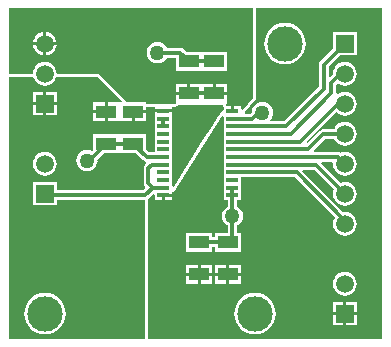
<source format=gtl>
G04 Layer_Physical_Order=1*
G04 Layer_Color=255*
%FSLAX25Y25*%
%MOIN*%
G70*
G01*
G75*
%ADD10R,0.03900X0.01200*%
%ADD11R,0.06693X0.04331*%
%ADD12C,0.01200*%
%ADD13C,0.05906*%
%ADD14R,0.05906X0.05906*%
%ADD15C,0.11811*%
%ADD16C,0.05000*%
G36*
X125869Y1631D02*
X48000D01*
Y48217D01*
X48169Y48331D01*
X49601Y49762D01*
X50063Y49571D01*
Y47825D01*
X52513D01*
Y49425D01*
X53013D01*
Y49925D01*
X55963D01*
Y50500D01*
X56500D01*
X72537Y75770D01*
X73037Y75625D01*
Y70857D01*
Y68298D01*
Y65739D01*
Y63180D01*
Y60620D01*
Y58061D01*
Y55502D01*
Y52943D01*
Y50384D01*
Y47825D01*
X74356D01*
Y45607D01*
X74235Y45557D01*
X73504Y44996D01*
X72943Y44265D01*
X72590Y43414D01*
X72470Y42500D01*
X72590Y41586D01*
X72943Y40735D01*
X73504Y40004D01*
X74235Y39443D01*
X74369Y39387D01*
Y36980D01*
X70153D01*
Y35446D01*
X69346D01*
Y36980D01*
X60654D01*
Y30650D01*
X69346D01*
Y32184D01*
X70153D01*
Y30650D01*
X78847D01*
Y36980D01*
X77631D01*
Y39387D01*
X77765Y39443D01*
X78496Y40004D01*
X79057Y40735D01*
X79410Y41586D01*
X79530Y42500D01*
X79410Y43414D01*
X79057Y44265D01*
X78496Y44996D01*
X77765Y45557D01*
X77618Y45618D01*
Y47825D01*
X78937D01*
Y50384D01*
Y52943D01*
Y55471D01*
X96722D01*
X110113Y42080D01*
X110047Y41993D01*
X109649Y41032D01*
X109513Y40000D01*
X109649Y38968D01*
X110047Y38007D01*
X110681Y37181D01*
X111507Y36547D01*
X112468Y36149D01*
X113500Y36013D01*
X114532Y36149D01*
X115493Y36547D01*
X116319Y37181D01*
X116953Y38007D01*
X117351Y38968D01*
X117487Y40000D01*
X117351Y41032D01*
X116953Y41993D01*
X116319Y42819D01*
X115493Y43453D01*
X114532Y43851D01*
X113500Y43987D01*
X112899Y43908D01*
X99239Y57568D01*
X99431Y58030D01*
X103163D01*
X109799Y51394D01*
X109649Y51032D01*
X109513Y50000D01*
X109649Y48968D01*
X110047Y48007D01*
X110681Y47181D01*
X111507Y46547D01*
X112468Y46149D01*
X113500Y46013D01*
X114532Y46149D01*
X115493Y46547D01*
X116319Y47181D01*
X116953Y48007D01*
X117351Y48968D01*
X117487Y50000D01*
X117351Y51032D01*
X116953Y51993D01*
X116319Y52819D01*
X115493Y53453D01*
X114532Y53851D01*
X113500Y53987D01*
X112468Y53851D01*
X112106Y53701D01*
X105680Y60127D01*
X105872Y60589D01*
X109212D01*
X109541Y60213D01*
X109513Y60000D01*
X109649Y58968D01*
X110047Y58007D01*
X110681Y57181D01*
X111507Y56547D01*
X112468Y56149D01*
X113500Y56013D01*
X114532Y56149D01*
X115493Y56547D01*
X116319Y57181D01*
X116953Y58007D01*
X117351Y58968D01*
X117487Y60000D01*
X117351Y61032D01*
X116953Y61993D01*
X116319Y62819D01*
X115493Y63453D01*
X114532Y63851D01*
X113500Y63987D01*
X112468Y63851D01*
X112006Y63660D01*
X111904Y63727D01*
X111280Y63851D01*
X103312D01*
X103120Y64313D01*
X106926Y68119D01*
X110001D01*
X110047Y68007D01*
X110681Y67181D01*
X111507Y66547D01*
X112468Y66149D01*
X113500Y66013D01*
X114532Y66149D01*
X115493Y66547D01*
X116319Y67181D01*
X116953Y68007D01*
X117351Y68968D01*
X117487Y70000D01*
X117351Y71032D01*
X116953Y71993D01*
X116319Y72819D01*
X115493Y73453D01*
X114532Y73851D01*
X113500Y73987D01*
X112468Y73851D01*
X111507Y73453D01*
X110681Y72819D01*
X110047Y71993D01*
X109794Y71381D01*
X106250D01*
X105626Y71257D01*
X105096Y70903D01*
X100936Y66743D01*
X100922Y66746D01*
X100757Y67289D01*
X110651Y77183D01*
X110681Y77181D01*
X111507Y76547D01*
X112468Y76149D01*
X113500Y76013D01*
X114532Y76149D01*
X115493Y76547D01*
X116319Y77181D01*
X116953Y78007D01*
X117351Y78968D01*
X117487Y80000D01*
X117351Y81032D01*
X116953Y81993D01*
X116319Y82819D01*
X115493Y83453D01*
X114532Y83851D01*
X113500Y83987D01*
X112468Y83851D01*
X111507Y83453D01*
X111064Y83113D01*
X110610Y83395D01*
X110631Y83500D01*
Y86324D01*
X111137Y86830D01*
X111507Y86547D01*
X112468Y86149D01*
X113500Y86013D01*
X114532Y86149D01*
X115493Y86547D01*
X116319Y87181D01*
X116953Y88007D01*
X117351Y88968D01*
X117487Y90000D01*
X117351Y91032D01*
X116953Y91993D01*
X116319Y92819D01*
X115493Y93453D01*
X114532Y93851D01*
X113500Y93987D01*
X112468Y93851D01*
X111507Y93453D01*
X110681Y92819D01*
X110047Y91993D01*
X109649Y91032D01*
X109513Y90000D01*
X109534Y89841D01*
X108593Y88900D01*
X108131Y89092D01*
Y92324D01*
X111854Y96047D01*
X117453D01*
Y103953D01*
X109547D01*
Y98354D01*
X105347Y94153D01*
X104993Y93624D01*
X104869Y93000D01*
Y85676D01*
X93281Y74088D01*
X88701D01*
X88561Y74588D01*
X89057Y75235D01*
X89410Y76086D01*
X89530Y77000D01*
X89410Y77914D01*
X89057Y78765D01*
X88496Y79496D01*
X87765Y80057D01*
X86914Y80410D01*
X86000Y80530D01*
X85086Y80410D01*
X84235Y80057D01*
X83504Y79496D01*
X82943Y78765D01*
X82590Y77914D01*
X82512Y77319D01*
X81840Y76647D01*
X80247D01*
X80044Y77104D01*
X84000Y81500D01*
Y111869D01*
X125869D01*
Y1631D01*
D02*
G37*
G36*
X9649Y88968D02*
X10047Y88007D01*
X10681Y87181D01*
X11507Y86547D01*
X12468Y86149D01*
X13500Y86013D01*
X14532Y86149D01*
X15493Y86547D01*
X16319Y87181D01*
X16953Y88007D01*
X17351Y88968D01*
X17487Y88980D01*
X31078D01*
X39116Y80942D01*
X38925Y80480D01*
X38346Y80480D01*
X38153Y80480D01*
X34500D01*
Y77315D01*
Y74150D01*
X38153D01*
X38654Y74150D01*
X38846Y74150D01*
X42500D01*
Y77315D01*
X43000D01*
Y77815D01*
X47346D01*
Y78980D01*
X50063D01*
Y78075D01*
X53013D01*
X55963D01*
Y78980D01*
X56792D01*
X56968Y79015D01*
X57146Y79044D01*
X57163Y79054D01*
X57182Y79058D01*
X57332Y79158D01*
X57485Y79252D01*
X57753Y79500D01*
X72762Y79500D01*
X72797Y79324D01*
X72832Y79134D01*
X72836Y79129D01*
X72837Y79123D01*
X72944Y78963D01*
X73037Y78820D01*
Y78326D01*
X71849Y76499D01*
X71741Y76408D01*
X71715Y76358D01*
X71676Y76317D01*
X69417Y72758D01*
X66000Y67500D01*
X62219Y61683D01*
X57864Y54553D01*
X56443Y52313D01*
X55963Y52453D01*
Y55502D01*
Y58061D01*
Y60620D01*
Y63180D01*
Y65739D01*
Y68298D01*
Y70857D01*
Y73416D01*
Y75975D01*
Y77075D01*
X53013D01*
X50063D01*
Y75975D01*
Y73416D01*
Y70857D01*
Y68298D01*
Y63851D01*
X48141D01*
X47346Y64646D01*
Y69850D01*
X38654D01*
Y69850D01*
X38346D01*
Y69850D01*
X29654D01*
Y64646D01*
X29124Y64116D01*
X28414Y64410D01*
X27500Y64530D01*
X26586Y64410D01*
X25735Y64057D01*
X25004Y63496D01*
X24443Y62765D01*
X24090Y61914D01*
X23970Y61000D01*
X24090Y60086D01*
X24443Y59235D01*
X25004Y58504D01*
X25735Y57943D01*
X26586Y57590D01*
X27500Y57470D01*
X28414Y57590D01*
X29265Y57943D01*
X29996Y58504D01*
X30557Y59235D01*
X30910Y60086D01*
X31030Y61000D01*
X30983Y61361D01*
X33142Y63520D01*
X38346D01*
Y63520D01*
X38654D01*
Y63520D01*
X43858D01*
X46312Y61067D01*
X46841Y60713D01*
X47139Y60653D01*
X47304Y60111D01*
X46847Y59654D01*
X46493Y59124D01*
X46369Y58500D01*
Y53500D01*
X46493Y52876D01*
X46847Y52346D01*
X47209Y51984D01*
X46340Y51115D01*
X17453D01*
Y53953D01*
X9547D01*
Y46047D01*
X17453D01*
Y47853D01*
X46980D01*
Y1631D01*
X1631D01*
Y88980D01*
X9513D01*
X9606Y88999D01*
X9649Y88968D01*
D02*
G37*
G36*
X82980Y81891D02*
X79437Y77954D01*
X78937Y78146D01*
Y79175D01*
X76487D01*
Y77575D01*
X75487D01*
Y79175D01*
X74117D01*
X73779Y79513D01*
X73785Y80020D01*
X74125Y80335D01*
X74347D01*
Y83000D01*
X70000D01*
Y83500D01*
X69500D01*
Y86665D01*
X62000D01*
Y83500D01*
X61500D01*
Y83000D01*
X57153D01*
Y80500D01*
X57153Y80335D01*
X56792Y80000D01*
X47346D01*
Y80480D01*
X41020D01*
X31500Y90000D01*
X17487D01*
X17351Y91032D01*
X16953Y91993D01*
X16319Y92819D01*
X15493Y93453D01*
X14532Y93851D01*
X13500Y93987D01*
X12468Y93851D01*
X11507Y93453D01*
X10681Y92819D01*
X10047Y91993D01*
X9649Y91032D01*
X9513Y90000D01*
X1631D01*
Y111869D01*
X82980D01*
Y81891D01*
D02*
G37*
%LPC*%
G36*
X93500Y106939D02*
X92146Y106806D01*
X90845Y106411D01*
X89645Y105770D01*
X88593Y104907D01*
X87730Y103855D01*
X87089Y102655D01*
X86694Y101354D01*
X86561Y100000D01*
X86694Y98646D01*
X87089Y97345D01*
X87730Y96145D01*
X88593Y95093D01*
X89645Y94231D01*
X90845Y93589D01*
X92146Y93194D01*
X93500Y93061D01*
X94854Y93194D01*
X96155Y93589D01*
X97355Y94231D01*
X98407Y95093D01*
X99269Y96145D01*
X99911Y97345D01*
X100306Y98646D01*
X100439Y100000D01*
X100306Y101354D01*
X99911Y102655D01*
X99269Y103855D01*
X98407Y104907D01*
X97355Y105770D01*
X96155Y106411D01*
X94854Y106806D01*
X93500Y106939D01*
D02*
G37*
G36*
X55963Y48925D02*
X53513D01*
Y47825D01*
X55963D01*
Y48925D01*
D02*
G37*
G36*
X78847Y26350D02*
X75000D01*
Y23685D01*
X78847D01*
Y26350D01*
D02*
G37*
G36*
X74000D02*
X70153D01*
Y23685D01*
X74000D01*
Y26350D01*
D02*
G37*
G36*
X69346D02*
X65500D01*
Y23685D01*
X69346D01*
Y26350D01*
D02*
G37*
G36*
X64500D02*
X60654D01*
Y23685D01*
X64500D01*
Y26350D01*
D02*
G37*
G36*
X78847Y22685D02*
X75000D01*
Y20020D01*
X78847D01*
Y22685D01*
D02*
G37*
G36*
X74000D02*
X70153D01*
Y20020D01*
X74000D01*
Y22685D01*
D02*
G37*
G36*
X69346D02*
X65500D01*
Y20020D01*
X69346D01*
Y22685D01*
D02*
G37*
G36*
X64500D02*
X60654D01*
Y20020D01*
X64500D01*
Y22685D01*
D02*
G37*
G36*
X113500Y23987D02*
X112468Y23851D01*
X111507Y23453D01*
X110681Y22819D01*
X110047Y21993D01*
X109649Y21032D01*
X109513Y20000D01*
X109649Y18968D01*
X110047Y18007D01*
X110681Y17181D01*
X111507Y16547D01*
X112468Y16149D01*
X113500Y16013D01*
X114532Y16149D01*
X115493Y16547D01*
X116319Y17181D01*
X116953Y18007D01*
X117351Y18968D01*
X117487Y20000D01*
X117351Y21032D01*
X116953Y21993D01*
X116319Y22819D01*
X115493Y23453D01*
X114532Y23851D01*
X113500Y23987D01*
D02*
G37*
G36*
X117453Y13953D02*
X114000D01*
Y10500D01*
X117453D01*
Y13953D01*
D02*
G37*
G36*
X113000D02*
X109547D01*
Y10500D01*
X113000D01*
Y13953D01*
D02*
G37*
G36*
X117453Y9500D02*
X114000D01*
Y6047D01*
X117453D01*
Y9500D01*
D02*
G37*
G36*
X113000D02*
X109547D01*
Y6047D01*
X113000D01*
Y9500D01*
D02*
G37*
G36*
X83500Y16939D02*
X82146Y16806D01*
X80845Y16411D01*
X79645Y15769D01*
X78593Y14907D01*
X77731Y13855D01*
X77089Y12655D01*
X76694Y11354D01*
X76561Y10000D01*
X76694Y8646D01*
X77089Y7345D01*
X77731Y6145D01*
X78593Y5093D01*
X79645Y4231D01*
X80845Y3589D01*
X82146Y3194D01*
X83500Y3061D01*
X84854Y3194D01*
X86155Y3589D01*
X87355Y4231D01*
X88407Y5093D01*
X89270Y6145D01*
X89911Y7345D01*
X90306Y8646D01*
X90439Y10000D01*
X90306Y11354D01*
X89911Y12655D01*
X89270Y13855D01*
X88407Y14907D01*
X87355Y15769D01*
X86155Y16411D01*
X84854Y16806D01*
X83500Y16939D01*
D02*
G37*
G36*
X17453Y83953D02*
X14000D01*
Y80500D01*
X17453D01*
Y83953D01*
D02*
G37*
G36*
X13000D02*
X9547D01*
Y80500D01*
X13000D01*
Y83953D01*
D02*
G37*
G36*
X33500Y80480D02*
X29654D01*
Y77815D01*
X33500D01*
Y80480D01*
D02*
G37*
G36*
X17453Y79500D02*
X14000D01*
Y76047D01*
X17453D01*
Y79500D01*
D02*
G37*
G36*
X13000D02*
X9547D01*
Y76047D01*
X13000D01*
Y79500D01*
D02*
G37*
G36*
X47346Y76815D02*
X43500D01*
Y74150D01*
X47346D01*
Y76815D01*
D02*
G37*
G36*
X33500D02*
X29654D01*
Y74150D01*
X33500D01*
Y76815D01*
D02*
G37*
G36*
X13500Y63987D02*
X12468Y63851D01*
X11507Y63453D01*
X10681Y62819D01*
X10047Y61993D01*
X9649Y61032D01*
X9513Y60000D01*
X9649Y58968D01*
X10047Y58007D01*
X10681Y57181D01*
X11507Y56547D01*
X12468Y56149D01*
X13500Y56013D01*
X14532Y56149D01*
X15493Y56547D01*
X16319Y57181D01*
X16953Y58007D01*
X17351Y58968D01*
X17487Y60000D01*
X17351Y61032D01*
X16953Y61993D01*
X16319Y62819D01*
X15493Y63453D01*
X14532Y63851D01*
X13500Y63987D01*
D02*
G37*
G36*
Y16939D02*
X12146Y16806D01*
X10845Y16411D01*
X9645Y15769D01*
X8593Y14907D01*
X7730Y13855D01*
X7089Y12655D01*
X6694Y11354D01*
X6561Y10000D01*
X6694Y8646D01*
X7089Y7345D01*
X7730Y6145D01*
X8593Y5093D01*
X9645Y4231D01*
X10845Y3589D01*
X12146Y3194D01*
X13500Y3061D01*
X14854Y3194D01*
X16155Y3589D01*
X17355Y4231D01*
X18407Y5093D01*
X19270Y6145D01*
X19911Y7345D01*
X20306Y8646D01*
X20439Y10000D01*
X20306Y11354D01*
X19911Y12655D01*
X19270Y13855D01*
X18407Y14907D01*
X17355Y15769D01*
X16155Y16411D01*
X14854Y16806D01*
X13500Y16939D01*
D02*
G37*
G36*
X14000Y103921D02*
Y100500D01*
X17421D01*
X17351Y101032D01*
X16953Y101993D01*
X16319Y102819D01*
X15493Y103453D01*
X14532Y103851D01*
X14000Y103921D01*
D02*
G37*
G36*
X13000D02*
X12468Y103851D01*
X11507Y103453D01*
X10681Y102819D01*
X10047Y101993D01*
X9649Y101032D01*
X9579Y100500D01*
X13000D01*
Y103921D01*
D02*
G37*
G36*
X17421Y99500D02*
X14000D01*
Y96079D01*
X14532Y96149D01*
X15493Y96547D01*
X16319Y97181D01*
X16953Y98007D01*
X17351Y98968D01*
X17421Y99500D01*
D02*
G37*
G36*
X13000D02*
X9579D01*
X9649Y98968D01*
X10047Y98007D01*
X10681Y97181D01*
X11507Y96547D01*
X12468Y96149D01*
X13000Y96079D01*
Y99500D01*
D02*
G37*
G36*
X51000Y100530D02*
X50086Y100410D01*
X49235Y100057D01*
X48504Y99496D01*
X47943Y98765D01*
X47590Y97914D01*
X47470Y97000D01*
X47590Y96086D01*
X47943Y95235D01*
X48504Y94504D01*
X49235Y93943D01*
X50086Y93590D01*
X51000Y93470D01*
X51914Y93590D01*
X52765Y93943D01*
X53496Y94504D01*
X54057Y95235D01*
X54113Y95369D01*
X57153D01*
Y90965D01*
X74347D01*
Y97295D01*
X60642D01*
X59784Y98154D01*
X59254Y98507D01*
X58630Y98631D01*
X54113D01*
X54057Y98765D01*
X53496Y99496D01*
X52765Y100057D01*
X51914Y100410D01*
X51000Y100530D01*
D02*
G37*
G36*
X74347Y86665D02*
X70500D01*
Y84000D01*
X74347D01*
Y86665D01*
D02*
G37*
G36*
X61000D02*
X57153D01*
Y84000D01*
X61000D01*
Y86665D01*
D02*
G37*
%LPD*%
D10*
X75987Y77575D02*
D03*
Y75016D02*
D03*
Y72457D02*
D03*
Y69898D02*
D03*
Y67339D02*
D03*
Y64780D02*
D03*
Y62220D02*
D03*
Y59661D02*
D03*
Y57102D02*
D03*
Y54543D02*
D03*
Y51984D02*
D03*
Y49425D02*
D03*
X53013D02*
D03*
Y51984D02*
D03*
Y54543D02*
D03*
Y57102D02*
D03*
Y59661D02*
D03*
Y62220D02*
D03*
Y64780D02*
D03*
Y67339D02*
D03*
Y69898D02*
D03*
Y72457D02*
D03*
Y75016D02*
D03*
Y77575D02*
D03*
D11*
X61500Y94130D02*
D03*
Y83500D02*
D03*
X74500Y33815D02*
D03*
Y23185D02*
D03*
X34000Y66685D02*
D03*
Y77315D02*
D03*
X65000Y33815D02*
D03*
Y23185D02*
D03*
X70000Y94130D02*
D03*
Y83500D02*
D03*
X43000Y66685D02*
D03*
Y77315D02*
D03*
D12*
X75987Y49425D02*
Y51984D01*
X52970Y72500D02*
X53013Y72457D01*
Y72543D02*
Y75016D01*
X49516Y51984D02*
X53013D01*
X48000Y53500D02*
X49516Y51984D01*
X48000Y53500D02*
Y58500D01*
X49161Y59661D01*
X53013D01*
X47016Y49484D02*
X49516Y51984D01*
X34000Y66685D02*
X43000D01*
X47465Y62220D02*
X53013D01*
X43000Y66685D02*
X47465Y62220D01*
X27500Y61000D02*
X28315D01*
X34000Y66685D01*
X61500Y83500D02*
X70000D01*
X61500Y94130D02*
X70000D01*
X58630Y97000D02*
X61500Y94130D01*
X75987Y75016D02*
X82516D01*
X109000Y87000D02*
X112000Y90000D01*
X106500Y93000D02*
X113500Y100000D01*
X75987Y72457D02*
X93957D01*
X109000Y83500D02*
Y87000D01*
X93957Y72457D02*
X106500Y85000D01*
Y93000D01*
X75987Y69898D02*
X95398D01*
X109000Y83500D01*
X75987Y67339D02*
X98500D01*
X111161Y80000D01*
X113500D01*
X101280Y64780D02*
X106250Y69750D01*
X113250D01*
X75987Y62220D02*
X111280D01*
X75987Y57102D02*
X97398D01*
X113500Y41000D01*
Y40000D02*
Y41000D01*
X75987Y59661D02*
X103839D01*
X111839Y51661D01*
X113500D01*
X75987Y64780D02*
X101280D01*
X14016Y49484D02*
X47016D01*
X43000Y77315D02*
X45438D01*
X65000Y33815D02*
X74500D01*
X76000Y35315D01*
X75987Y42513D02*
Y49425D01*
X76000Y35315D02*
Y42500D01*
X51000Y97000D02*
X58630D01*
X82516Y75016D02*
X84500Y77000D01*
X86000D01*
D13*
X13500Y100000D02*
D03*
Y90000D02*
D03*
Y60000D02*
D03*
X113500Y20000D02*
D03*
Y80000D02*
D03*
Y90000D02*
D03*
Y70000D02*
D03*
Y60000D02*
D03*
Y50000D02*
D03*
Y40000D02*
D03*
D14*
X13500Y80000D02*
D03*
Y50000D02*
D03*
X113500Y10000D02*
D03*
Y100000D02*
D03*
D15*
X13500Y10000D02*
D03*
X93500Y100000D02*
D03*
X83500Y10000D02*
D03*
D16*
X27500Y61000D02*
D03*
X76000Y42500D02*
D03*
X51000Y97000D02*
D03*
X86000Y77000D02*
D03*
M02*

</source>
